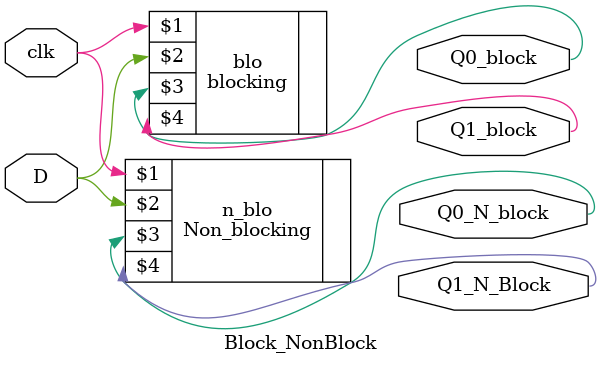
<source format=v>
`timescale 1ns / 1ps

// Author      : Venu Pabbuleti 
// ID          : N180116
//Branch       : ECE
//Project Name : RTL design using Verilog
//Design  Name : Blocking and Non Blocking Design
//Module  Name : Block_NonBlock
//RGUKT NUZVID 
//////////////////////////////////////////////////////////////////////////////////


module Block_NonBlock(clk,D,Q0_block,Q1_block,Q0_N_block,Q1_N_Block);
input clk,D;
output Q0_block,Q1_block,Q0_N_block,Q1_N_Block;

blocking blo(clk,D,Q0_block,Q1_block);
Non_blocking n_blo(clk,D,Q0_N_block,Q1_N_Block);

endmodule
</source>
